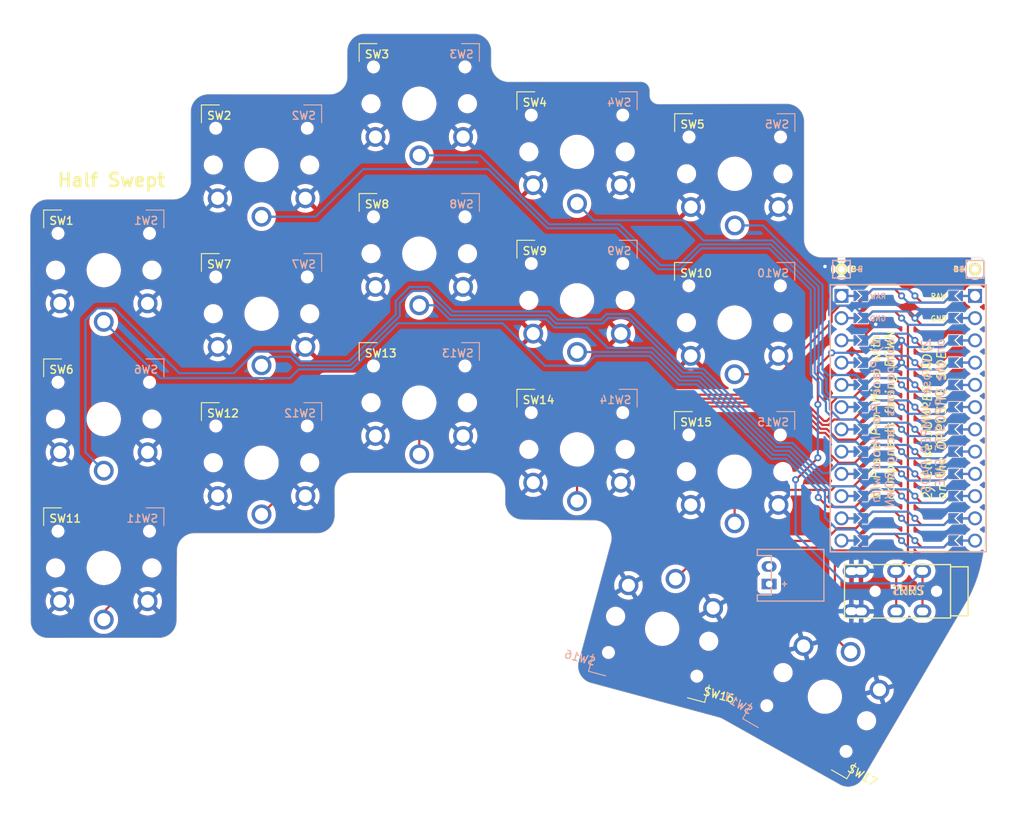
<source format=kicad_pcb>
(kicad_pcb (version 20241229) (generator "pcbnew") (generator_version "9.0")
  (layers (0 "F.Cu" signal) (2 "B.Cu" signal) (13 "F.Paste" user) (15 "B.Paste" user) (5 "F.SilkS" user "F.Silkscreen") (7 "B.SilkS" user "B.Silkscreen") (1 "F.Mask" user) (3 "B.Mask" user) (25 "Edge.Cuts" user))
  (net 0 "")
  (net 1 "gnd")
  (net 2 "vcc")
  (net 3 "Switch18")
  (net 4 "reset")
  (net 5 "Switch1")
  (net 6 "Switch2")
  (net 7 "Switch3")
  (net 8 "Switch4")
  (net 9 "Switch5")
  (net 10 "Switch6")
  (net 11 "Switch7")
  (net 12 "Switch8")
  (net 13 "Switch9")
  (net 14 "Switch10")
  (net 15 "Switch11")
  (net 16 "Switch12")
  (net 17 "Switch13")
  (net 18 "Switch14")
  (net 19 "Switch15")
  (net 20 "Switch16")
  (net 21 "Switch17")
  (net 22 "raw")
  (net 23 "BT+_r")
  (footprint "kbd:1pin_conn" (layer "F.Cu") (at 126.492 45.974)
    (property "Reference" "B+")
    (property "Value" "MountingHole_Pad" (hide yes))
  )
  (footprint "kbd:1pin_conn" (layer "F.Cu") (at 111.252 45.974)
    (property "Reference" "B-")
    (property "Value" "MountingHole_Pad" (hide yes))
  )
  (footprint "Kailh:TRRS-PJ-DPB2" (layer "F.Cu") (at 123.698 82.75 -90)
    (property "Reference" "J2")
    (property "Value" "AudioJack4dpb" (hide yes))
  )
  (footprint "* duckyb-collection:SW_PG1350_rev_DPB" (layer "F.Cu") (at 27.08 46.08)
    (property "Reference" "SW1" (hide yes))
    (property "Value" "SW_Push" (hide yes))
  )
  (footprint "* duckyb-collection:SW_PG1350_rev_DPB" (layer "F.Cu") (at 45.08 34.08)
    (property "Reference" "SW2" (hide yes))
    (property "Value" "SW_Push" (hide yes))
  )
  (footprint "* duckyb-collection:SW_PG1350_rev_DPB" (layer "F.Cu") (at 63.08 27.08)
    (property "Reference" "SW3" (hide yes))
    (property "Value" "SW_Push" (hide yes))
  )
  (footprint "* duckyb-collection:SW_PG1350_rev_DPB" (layer "F.Cu") (at 81.08 32.58)
    (property "Reference" "SW4" (hide yes))
    (property "Value" "SW_Push" (hide yes))
  )
  (footprint "* duckyb-collection:SW_PG1350_rev_DPB" (layer "F.Cu") (at 99.08 35.08)
    (property "Reference" "SW5" (hide yes))
    (property "Value" "SW_Push" (hide yes))
  )
  (footprint "* duckyb-collection:SW_PG1350_rev_DPB" (layer "F.Cu") (at 27.08 63.08)
    (property "Reference" "SW6" (hide yes))
    (property "Value" "SW_Push" (hide yes))
  )
  (footprint "* duckyb-collection:SW_PG1350_rev_DPB" (layer "F.Cu") (at 45.08 51.054)
    (property "Reference" "SW7" (hide yes))
    (property "Value" "SW_Push" (hide yes))
  )
  (footprint "* duckyb-collection:SW_PG1350_rev_DPB" (layer "F.Cu") (at 63.08 44.196)
    (property "Reference" "SW8" (hide yes))
    (property "Value" "SW_Push" (hide yes))
  )
  (footprint "* duckyb-collection:SW_PG1350_rev_DPB" (layer "F.Cu") (at 81.08 49.53)
    (property "Reference" "SW9" (hide yes))
    (property "Value" "SW_Push" (hide yes))
  )
  (footprint "* duckyb-collection:SW_PG1350_rev_DPB" (layer "F.Cu") (at 99.06 52.07)
    (property "Reference" "SW10" (hide yes))
    (property "Value" "SW_Push" (hide yes))
  )
  (footprint "* duckyb-collection:SW_PG1350_rev_DPB" (layer "F.Cu") (at 27.08 80.08)
    (property "Reference" "SW11" (hide yes))
    (property "Value" "SW_Push" (hide yes))
  )
  (footprint "* duckyb-collection:SW_PG1350_rev_DPB" (layer "F.Cu") (at 45.08 68.072)
    (property "Reference" "SW12" (hide yes))
    (property "Value" "SW_Push" (hide yes))
  )
  (footprint "* duckyb-collection:SW_PG1350_rev_DPB" (layer "F.Cu") (at 63.08 61.214)
    (property "Reference" "SW13" (hide yes))
    (property "Value" "SW_Push" (hide yes))
  )
  (footprint "* duckyb-collection:SW_PG1350_rev_DPB" (layer "F.Cu") (at 81.08 66.548)
    (property "Reference" "SW14" (hide yes))
    (property "Value" "SW_Push" (hide yes))
  )
  (footprint "* duckyb-collection:SW_PG1350_rev_DPB" (layer "F.Cu") (at 99.06 69.088)
    (property "Reference" "SW15" (hide yes))
    (property "Value" "SW_Push" (hide yes))
  )
  (footprint "* duckyb-collection:SW_PG1350_rev_DPB" (layer "F.Cu") (at 109.356 94.78 150)
    (property "Reference" "SW17" (hide yes))
    (property "Value" "SW_Push" (hide yes))
  )
  (footprint "* duckyb-collection:SW_PG1350_rev_DPB" (layer "F.Cu") (at 90.796 87.03 165)
    (property "Reference" "SW16" (hide yes))
    (property "Value" "SW_Push" (hide yes))
  )
  (footprint "* duckyb-collection:ProMicro_jumpers_facedown" (layer "F.Cu") (at 118.872 62.992 -90)
    (property "Reference" "U1" (hide yes))
    (property "Value" "ProMicro-kbd" (hide yes))
  )
  (footprint "JST_PH_S2B-PH-K_02x2.00mm_Angled" (layer "F.Cu") (at 103 80.915966 90)
    (property "Reference" "JST1" (hide yes))
    (property "Value" "" (hide yes))
  )
  (gr_arc (start 126.885 44.612) (mid 127.41533 44.83167) (end 127.635 45.362) (stroke (width 0.05)) (layer "Edge.Cuts"))
  (gr_line (start 18.691723 40.001666) (end 18.730254 86.245024) (stroke (width 0.05)) (layer "Edge.Cuts"))
  (gr_arc (start 113.67 104.149265) (mid 112.428995 105.01898) (end 110.938 104.748) (stroke (width 0.05)) (layer "Edge.Cuts"))
  (gr_arc (start 20.768 88.081119) (mid 19.380573 87.572102) (end 18.730254 86.245024) (stroke (width 0.05)) (layer "Edge.Cuts"))
  (gr_line (start 127.635 45.362) (end 127.635 62.484) (stroke (width 0.05)) (layer "Edge.Cuts"))
  (gr_line (start 108.999509 44.614624) (end 126.885 44.612) (stroke (width 0.05)) (layer "Edge.Cuts"))
  (gr_line (start 125.888304 83.312) (end 113.67 104.149265) (stroke (width 0.05)) (layer "Edge.Cuts"))
  (gr_arc (start 127.635 75.98785) (mid 127.177913 79.749197) (end 125.888304 83.312) (stroke (width 0.05)) (layer "Edge.Cuts"))
  (gr_line (start 127.635 62.484) (end 127.647 69.85) (stroke (width 0.05)) (layer "Edge.Cuts"))
  (gr_line (start 127.647 69.85) (end 127.635 75.98785) (stroke (width 0.05)) (layer "Edge.Cuts"))
  (gr_line (start 35.39177 86.082071) (end 35.441162 78.111946) (stroke (width 0.05)) (layer "Edge.Cuts"))
  (gr_arc (start 70.883763 69.236835) (mid 72.30223 69.826887) (end 72.883727 71.248883) (stroke (width 0.05)) (layer "Edge.Cuts"))
  (gr_arc (start 82.675149 93.216616) (mid 81.461815 92.282192) (end 81.265125 90.7634) (stroke (width 0.05)) (layer "Edge.Cuts"))
  (gr_line (start 82.675149 93.216616) (end 97.257199 97.147915) (stroke (width 0.05)) (layer "Edge.Cuts"))
  (gr_arc (start 73.291094 24.581203) (mid 71.87571 23.994641) (end 71.290675 22.578614) (stroke (width 0.05)) (layer "Edge.Cuts"))
  (gr_arc (start 97.257199 97.147915) (mid 97.491705 97.226996) (end 97.714649 97.334434) (stroke (width 0.05)) (layer "Edge.Cuts"))
  (gr_arc (start 35.39177 86.082071) (mid 34.802276 87.487627) (end 33.393621 88.069676) (stroke (width 0.05)) (layer "Edge.Cuts"))
  (gr_arc (start 37 28.00141) (mid 37.586285 26.586698) (end 39.001409 26.00141) (stroke (width 0.05)) (layer "Edge.Cuts"))
  (gr_arc (start 37 36) (mid 36.414214 37.414214) (end 35 38) (stroke (width 0.05)) (layer "Edge.Cuts"))
  (gr_line (start 72.883727 71.248883) (end 72.875811 72.562934) (stroke (width 0.05)) (layer "Edge.Cuts"))
  (gr_arc (start 18.691723 40.001666) (mid 19.27692 38.586376) (end 20.691722 38) (stroke (width 0.05)) (layer "Edge.Cuts"))
  (gr_line (start 52.857782 26.011173) (end 39.001409 26.00141) (stroke (width 0.05)) (layer "Edge.Cuts"))
  (gr_line (start 37 28.00141) (end 37 36) (stroke (width 0.05)) (layer "Edge.Cuts"))
  (gr_line (start 20.768 88.081119) (end 33.393621 88.069676) (stroke (width 0.05)) (layer "Edge.Cuts"))
  (gr_arc (start 54.859185 24.016066) (mid 54.271175 25.427614) (end 52.857782 26.011173) (stroke (width 0.05)) (layer "Edge.Cuts"))
  (gr_line (start 55.423226 69.236835) (end 70.883763 69.236835) (stroke (width 0.05)) (layer "Edge.Cuts"))
  (gr_line (start 106.999216 42.615408) (end 106.993911 29.084638) (stroke (width 0.05)) (layer "Edge.Cuts"))
  (gr_line (start 97.714649 97.334434) (end 110.938 104.748) (stroke (width 0.05)) (layer "Edge.Cuts"))
  (gr_arc (start 54.866372 21.077901) (mid 55.453883 19.666851) (end 56.866366 19.082793) (stroke (width 0.05)) (layer "Edge.Cuts"))
  (gr_line (start 84.939169 77.179083) (end 81.265125 90.7634) (stroke (width 0.05)) (layer "Edge.Cuts"))
  (gr_arc (start 53.423234 71.242282) (mid 54.007077 69.824535) (end 55.423226 69.236835) (stroke (width 0.05)) (layer "Edge.Cuts"))
  (gr_line (start 37.441124 76.12434) (end 51.431075 76.12434) (stroke (width 0.05)) (layer "Edge.Cuts"))
  (gr_arc (start 35.441162 78.111946) (mid 36.031299 76.705751) (end 37.441124 76.12434) (stroke (width 0.05)) (layer "Edge.Cuts"))
  (gr_arc (start 83.028634 74.657021) (mid 84.602718 75.449262) (end 84.939169 77.179083) (stroke (width 0.05)) (layer "Edge.Cuts"))
  (gr_arc (start 53.431068 74.118894) (mid 52.847197 75.536592) (end 51.431075 76.12434) (stroke (width 0.05)) (layer "Edge.Cuts"))
  (gr_arc (start 90.375529 27.123865) (mid 89.668703 26.833874) (end 89.372914 26.129454) (stroke (width 0.05)) (layer "Edge.Cuts"))
  (gr_line (start 88.369608 24.57803) (end 73.291094 24.581203) (stroke (width 0.05)) (layer "Edge.Cuts"))
  (gr_line (start 89.372914 26.129454) (end 89.369802 25.572444) (stroke (width 0.05)) (layer "Edge.Cuts"))
  (gr_line (start 104.988651 27.085429) (end 90.375529 27.123865) (stroke (width 0.05)) (layer "Edge.Cuts"))
  (gr_line (start 35 38) (end 20.691722 38) (stroke (width 0.05)) (layer "Edge.Cuts"))
  (gr_arc (start 108.999509 44.614624) (mid 107.585383 44.029218) (end 106.999216 42.615408) (stroke (width 0.05)) (layer "Edge.Cuts"))
  (gr_arc (start 104.988651 27.085429) (mid 106.405986 27.669073) (end 106.993911 29.084638) (stroke (width 0.05)) (layer "Edge.Cuts"))
  (gr_arc (start 74.855676 74.574881) (mid 73.450241 73.977784) (end 72.875811 72.562934) (stroke (width 0.05)) (layer "Edge.Cuts"))
  (gr_line (start 74.855676 74.574881) (end 83.028634 74.657021) (stroke (width 0.05)) (layer "Edge.Cuts"))
  (gr_arc (start 69.29261 19.082793) (mid 70.707735 19.669498) (end 71.292608 21.085382) (stroke (width 0.05)) (layer "Edge.Cuts"))
  (gr_line (start 69.29261 19.082793) (end 56.866366 19.082793) (stroke (width 0.05)) (layer "Edge.Cuts"))
  (gr_line (start 53.431068 74.118894) (end 53.423234 71.242282) (stroke (width 0.05)) (layer "Edge.Cuts"))
  (gr_arc (start 88.369608 24.57803) (mid 89.074873 24.868877) (end 89.369802 25.572444) (stroke (width 0.05)) (layer "Edge.Cuts"))
  (gr_line (start 71.290675 22.578614) (end 71.292608 21.085382) (stroke (width 0.05)) (layer "Edge.Cuts"))
  (gr_line (start 54.866372 21.077901) (end 54.859185 24.016066) (stroke (width 0.05)) (layer "Edge.Cuts"))
  (gr_text "1) Place Pro-Micro with\ncomponents facing DOWN" (at 115.9764 72.4408 90) (layer "F.SilkS") (effects (font (size 1 1) (thickness 0.15) (italic yes)) (justify left)))
  (gr_text "Half Swept" (at 27.94 35.814 0) (layer "F.SilkS") (effects (font (size 1.5 1.5) (thickness 0.3))))
  (gr_text "GND" (at 121.3612 51.6128 0) (layer "F.SilkS") (effects (font (size 0.6 0.6) (thickness 0.12)) (justify left)))
  (gr_text "2) Close JUMPER PADS\non the OPPOSITE SIDE" (at 121.8692 72.4408 90) (layer "F.SilkS") (effects (font (size 1 1) (thickness 0.15) (italic yes)) (justify left)))
  (gr_text "TRRS" (at 118.872 82.677 0) (layer "F.SilkS") (effects (font (size 1 1))))
  (gr_text "RAW" (at 121.3612 49.0728 0) (layer "F.SilkS") (effects (font (size 0.6 0.6) (thickness 0.12)) (justify left)))
  (gr_text "RAW" (at 116.40097 49.0728 0) (layer "B.SilkS") (effects (font (size 0.6 0.6) (thickness 0.12)) (justify left mirror)))
  (gr_text "B-" (at 113.03 45.974 0) (layer "B.SilkS") (effects (font (size 0.6 0.6)) (justify mirror)))
  (gr_text "2) Close JUMPER PADS\non the OPPOSITE SIDE" (at 121.7168 53.7464 90) (layer "B.SilkS") (effects (font (size 1 1) (thickness 0.15) (italic yes)) (justify left mirror)))
  (gr_text "GND" (at 116.40097 51.6128 0) (layer "B.SilkS") (effects (font (size 0.6 0.6) (thickness 0.12)) (justify left mirror)))
  (gr_text "1) Place Pro-Micro with\ncomponents facing DOWN" (at 115.9764 53.7464 90) (layer "B.SilkS") (effects (font (size 1 1) (thickness 0.15) (italic yes)) (justify left mirror)))
  (gr_text "B+" (at 124.587 45.974 0) (layer "B.SilkS") (effects (font (size 0.6 0.6)) (justify mirror)))
  (segment (start 114.046 53.3908) (end 115.1636 52.2732) (width 0.25) (layer "F.Cu") (net 1))
  (segment (start 118.11 56.642) (end 118.11 54.102) (width 0.25) (layer "F.Cu") (net 1))
  (segment (start 114.046 54.102) (end 114.046 53.3908) (width 0.25) (layer "F.Cu") (net 1))
  (via (at 115.1636 52.2732) (size 0.8) (drill 0.4) (layers "F.Cu" "B.Cu") (net 1))
  (via (at 109.3724 45.6692) (size 0.8) (drill 0.4) (layers "F.Cu" "B.Cu") (net 1))
  (segment (start 112.630511 50.146511) (end 110.661711 50.146511) (width 0.25) (layer "B.Cu") (net 1))
  (segment (start 110.127489 47.098511) (end 111.252 45.974) (width 0.25) (layer "B.Cu") (net 1))
  (segment (start 114.7572 52.2732) (end 114.046 51.562) (width 0.25) (layer "B.Cu") (net 1))
  (segment (start 110.661711 50.146511) (end 110.127489 49.612289) (width 0.25) (layer "B.Cu") (net 1))
  (segment (start 114.046 51.562) (end 112.630511 50.146511) (width 0.25) (layer "B.Cu") (net 1))
  (segment (start 115.1636 52.2732) (end 114.7572 52.2732) (width 0.25) (layer "B.Cu") (net 1))
  (segment (start 110.127489 49.612289) (end 110.127489 47.098511) (width 0.25) (layer "B.Cu") (net 1))
  (segment (start 120.498 85.05) (end 120.498 80.44) (width 0.25) (layer "F.Cu") (net 2))
  (segment (start 108.5596 57.0992) (end 108.5596 61.4172) (width 0.25) (layer "F.Cu") (net 2))
  (segment (start 106.0196 70.0024) (end 106.0704 70.0024) (width 0.25) (layer "F.Cu") (net 2))
  (segment (start 106.0704 70.0024) (end 108.5596 67.5132) (width 0.25) (layer "F.Cu") (net 2))
  (segment (start 120.498 80.44) (end 120.478 80.42) (width 0.25) (layer "F.Cu") (net 2))
  (segment (start 110.1344 55.5244) (end 108.5596 57.0992) (width 0.25) (layer "F.Cu") (net 2))
  (via (at 106.0196 70.0024) (size 0.8) (drill 0.4) (layers "F.Cu" "B.Cu") (net 2))
  (via (at 110.1344 55.5244) (size 0.8) (drill 0.4) (layers "F.Cu" "B.Cu") (net 2))
  (via (at 108.5596 67.5132) (size 0.8) (drill 0.4) (layers "F.Cu" "B.Cu") (net 2))
  (via (at 108.5596 61.4172) (size 0.8) (drill 0.4) (layers "F.Cu" "B.Cu") (net 2))
  (segment (start 108.5596 67.5132) (end 108.5596 61.4172) (width 0.25) (layer "B.Cu") (net 2))
  (segment (start 111.6584 81.8388) (end 119.0592 81.8388) (width 0.25) (layer "B.Cu") (net 2))
  (segment (start 110.141311 55.517489) (end 112.921489 55.517489) (width 0.25) (layer "B.Cu") (net 2))
  (segment (start 112.921489 55.517489) (end 114.046 56.642) (width 0.25) (layer "B.Cu") (net 2))
  (segment (start 119.0592 81.8388) (end 120.478 80.42) (width 0.25) (layer "B.Cu") (net 2))
  (segment (start 106.0196 70.0024) (end 106.0196 76.2) (width 0.25) (layer "B.Cu") (net 2))
  (segment (start 110.1344 55.5244) (end 110.141311 55.517489) (width 0.25) (layer "B.Cu") (net 2))
  (segment (start 106.0196 76.2) (end 111.6584 81.8388) (width 0.25) (layer "B.Cu") (net 2))
  (segment (start 118.11 51.562) (end 118.834511 52.286511) (width 0.25) (layer "F.Cu") (net 3))
  (segment (start 118.834511 52.286511) (end 118.834511 79.063489) (width 0.25) (layer "F.Cu") (net 3))
  (segment (start 117.498 80.44) (end 117.478 80.42) (width 0.25) (layer "F.Cu") (net 3))
  (segment (start 118.834511 79.063489) (end 117.478 80.42) (width 0.25) (layer "F.Cu") (net 3))
  (segment (start 117.498 85.05) (end 117.498 80.44) (width 0.25) (layer "F.Cu") (net 3))
  (segment (start 108.6104 72.0344) (end 109.6772 73.1012) (width 0.25) (layer "F.Cu") (net 5))
  (segment (start 112.8268 73.1012) (end 114.046 71.882) (width 0.25) (layer "F.Cu") (net 5))
  (segment (start 109.6772 73.1012) (end 112.8268 73.1012) (width 0.25) (layer "F.Cu") (net 5))
  (via (at 108.6104 72.0344) (size 0.8) (drill 0.4) (layers "F.Cu" "B.Cu") (net 5))
  (segment (start 108.6104 71.299954) (end 104.925246 67.6148) (width 0.25) (layer "B.Cu") (net 5))
  (segment (start 60.653557 52.14856) (end 55.398597 57.40352) (width 0.25) (layer "B.Cu") (net 5))
  (segment (start 49.32728 57.40352) (end 48.321289 58.409511) (width 0.25) (layer "B.Cu") (net 5))
  (segment (start 103.2256 67.6148) (end 94.742 59.1312) (width 0.25) (layer "B.Cu") (net 5))
  (segment (start 81.9912 56.9976) (end 77.4192 56.9976) (width 0.25) (layer "B.Cu") (net 5))
  (segment (start 83.10928 55.87952) (end 81.9912 56.9976) (width 0.25) (layer "B.Cu") (net 5))
  (segment (start 72.57016 52.14856) (end 60.653557 52.14856) (width 0.25) (layer "B.Cu") (net 5))
  (segment (start 48.321289 58.409511) (end 33.509511 58.409511) (width 0.25) (layer "B.Cu") (net 5))
  (segment (start 108.6104 72.0344) (end 108.6104 71.299954) (width 0.25) (layer "B.Cu") (net 5))
  (segment (start 94.742 59.1312) (end 92.6084 59.1312) (width 0.25) (layer "B.Cu") (net 5))
  (segment (start 55.398597 57.40352) (end 49.32728 57.40352) (width 0.25) (layer "B.Cu") (net 5))
  (segment (start 92.6084 59.1312) (end 89.35672 55.87952) (width 0.25) (layer "B.Cu") (net 5))
  (segment (start 77.4192 56.9976) (end 72.57016 52.14856) (width 0.25) (layer "B.Cu") (net 5))
  (segment (start 33.509511 58.409511) (end 27.08 51.98) (width 0.25) (layer "B.Cu") (net 5))
  (segment (start 89.35672 55.87952) (end 83.10928 55.87952) (width 0.25) (layer "B.Cu") (net 5))
  (segment (start 104.925246 67.6148) (end 103.2256 67.6148) (width 0.25) (layer "B.Cu") (net 5))
  (segment (start 108.62576 60.316396) (end 109.48168 61.172316) (width 0.25) (layer "B.Cu") (net 6))
  (segment (start 108.62576 58.869314) (end 108.62576 60.316396) (width 0.25) (layer "B.Cu") (net 6))
  (segment (start 95.276118 43.5864) (end 102.994846 43.5864) (width 0.25) (layer "B.Cu") (net 6))
  (segment (start 85.69192 41.29272) (end 90.36552 45.96632) (width 0.25) (layer "B.Cu") (net 6))
  (segment (start 110.0328 64.8716) (end 110.838689 65.677489) (width 0.25) (layer "B.Cu") (net 6))
  (segment (start 110.838689 65.677489) (end 112.921489 65.677489) (width 0.25) (layer "B.Cu") (net 6))
  (segment (start 109.48168 62.177698) (end 110.0328 62.728818) (width 0.25) (layer "B.Cu") (net 6))
  (segment (start 90.36552 45.96632) (end 92.896198 45.96632) (width 0.25) (layer "B.Cu") (net 6))
  (segment (start 70.941483 34.544) (end 77.690203 41.29272) (width 0.25) (layer "B.Cu") (net 6))
  (segment (start 110.0328 62.728818) (end 110.0328 64.8716) (width 0.25) (layer "B.Cu") (net 6))
  (segment (start 102.994846 43.5864) (end 107.7468 48.338354) (width 0.25) (layer "B.Cu") (net 6))
  (segment (start 45.08 39.98) (end 51.2568 39.98) (width 0.25) (layer "B.Cu") (net 6))
  (segment (start 109.48168 61.172316) (end 109.48168 62.177698) (width 0.25) (layer "B.Cu") (net 6))
  (segment (start 51.2568 39.98) (end 56.6928 34.544) (width 0.25) (layer "B.Cu") (net 6))
  (segment (start 112.921489 65.677489) (end 114.046 66.802) (width 0.25) (layer "B.Cu") (net 6))
  (segment (start 107.7468 57.990354) (end 108.62576 58.869314) (width 0.25) (layer "B.Cu") (net 6))
  (segment (start 92.896198 45.96632) (end 95.276118 43.5864) (width 0.25) (layer "B.Cu") (net 6))
  (segment (start 56.6928 34.544) (end 70.941483 34.544) (width 0.25) (layer "B.Cu") (net 6))
  (segment (start 107.7468 48.338354) (end 107.7468 57.990354) (width 0.25) (layer "B.Cu") (net 6))
  (segment (start 77.690203 41.29272) (end 85.69192 41.29272) (width 0.25) (layer "B.Cu") (net 6))
  (segment (start 103.181044 43.13688) (end 108.19632 48.152156) (width 0.25) (layer "B.Cu") (net 7))
  (segment (start 92.71 45.5168) (end 95.089921 43.13688) (width 0.25) (layer "B.Cu") (net 7))
  (segment (start 63.08 32.98) (end 70.0132 32.98) (width 0.25) (layer "B.Cu") (net 7))
  (segment (start 95.089921 43.13688) (end 103.181044 43.13688) (width 0.25) (layer "B.Cu") (net 7))
  (segment (start 109.9312 61.9915) (end 111.077189 63.137489) (width 0.25) (layer "B.Cu") (net 7))
  (segment (start 112.921489 63.137489) (end 114.046 64.262) (width 0.25) (layer "B.Cu") (net 7))
  (segment (start 90.596601 45.5168) (end 92.71 45.5168) (width 0.25) (layer "B.Cu") (net 7))
  (segment (start 85.923001 40.8432) (end 90.596601 45.5168) (width 0.25) (layer "B.Cu") (net 7))
  (segment (start 108.19632 57.804156) (end 109.07528 58.683116) (width 0.25) (layer "B.Cu") (net 7))
  (segment (start 109.9312 60.986118) (end 109.9312 61.9915) (width 0.25) (layer "B.Cu") (net 7))
  (segment (start 70.0132 32.98) (end 77.8764 40.8432) (width 0.25) (layer "B.Cu") (net 7))
  (segment (start 108.19632 48.152156) (end 108.19632 57.804156) (width 0.25) (layer "B.Cu") (net 7))
  (segment (start 109.07528 58.683116) (end 109.07528 60.130198) (width 0.25) (layer "B.Cu") (net 7))
  (segment (start 77.8764 40.8432) (end 85.923001 40.8432) (width 0.25) (layer "B.Cu") (net 7))
  (segment (start 109.07528 60.130198) (end 109.9312 60.986118) (width 0.25) (layer "B.Cu") (net 7))
  (segment (start 111.077189 63.137489) (end 112.921489 63.137489) (width 0.25) (layer "B.Cu") (net 7))
  (segment (start 109.5248 58.496918) (end 109.5248 59.944) (width 0.25) (layer "B.Cu") (net 8))
  (segment (start 108.64584 47.965958) (end 108.64584 57.617958) (width 0.25) (layer "B.Cu") (net 8))
  (segment (start 108.64584 57.617958) (end 109.5248 58.496918) (width 0.25) (layer "B.Cu") (net 8))
  (segment (start 110.178289 60.597489) (end 112.921489 60.597489) (width 0.25) (layer "B.Cu") (net 8))
  (segment (start 109.5248 59.944) (end 110.178289 60.597489) (width 0.25) (layer "B.Cu") (net 8))
  (segment (start 103.367242 42.68736) (end 108.64584 47.965958) (width 0.25) (layer "B.Cu") (net 8))
  (segment (start 95.51936 42.68736) (end 103.367242 42.68736) (width 0.25) (layer "B.Cu") (net 8))
  (segment (start 81.08 38.48) (end 82.986 40.386) (width 0.25) (layer "B.Cu") (net 8))
  (segment (start 82.986 40.386) (end 93.218 40.386) (width 0.25) (layer "B.Cu") (net 8))
  (segment (start 93.218 40.386) (end 95.51936 42.68736) (width 0.25) (layer "B.Cu") (net 8))
  (segment (start 112.921489 60.597489) (end 114.046 61.722) (width 0.25) (layer "B.Cu") (net 8))
  (segment (start 102.2956 40.98) (end 109.09536 47.779763) (width 0.25) (layer "B.Cu") (net 9))
  (segment (start 109.728 58.0644) (end 110.7793 58.0644) (width 0.25) (layer "B.Cu") (net 9))
  (segment (start 110.7793 58.0644) (end 110.786211 58.057489) (width 0.25) (layer "B.Cu") (net 9))
  (segment (start 110.786211 58.057489) (end 112.921489 58.057489) (width 0.25) (layer "B.Cu") (net 9))
  (segment (start 109.09536 57.43176) (end 109.728 58.0644) (width 0.25) (layer "B.Cu") (net 9))
  (segment (start 99.08 40.98) (end 102.2956 40.98) (width 0.25) (layer "B.Cu") (net 9))
  (segment (start 112.921489 58.057489) (end 114.046 59.182) (width 0.25) (layer "B.Cu") (net 9))
  (segment (start 109.09536 47.779763) (end 109.09536 57.43176) (width 0.25) (layer "B.Cu") (net 9))
  (segment (start 103.970392 65.81672) (end 105.670037 65.81672) (width 0.25) (layer "B.Cu") (net 10))
  (segment (start 105.933359 66.080043) (end 109.093716 69.2404) (width 0.25) (layer "B.Cu") (net 10))
  (segment (start 109.093716 69.2404) (end 109.7633 69.2404) (width 0.25) (layer "B.Cu") (net 10))
  (segment (start 24.990979 66.890979) (end 24.990979 51.767821) (width 0.25) (layer "B.Cu") (net 10))
  (segment (start 66.9036 50.8) (end 77.9272 50.8) (width 0.25) (layer "B.Cu") (net 10))
  (segment (start 41.926209 57.844991) (end 44.3992 55.372) (width 0.25) (layer "B.Cu") (net 10))
  (segment (start 87.373843 51.353772) (end 93.353192 57.33312) (width 0.25) (layer "B.Cu") (net 10))
  (segment (start 105.670037 65.81672) (end 105.933359 66.080043) (width 0.25) (layer "B.Cu") (net 10))
  (segment (start 78.85696 51.72976) (end 83.80464 51.72976) (width 0.25) (layer "B.Cu") (net 10))
  (segment (start 110.786211 68.217489) (end 112.921489 68.217489) (width 0.25) (layer "B.Cu") (net 10))
  (segment (start 95.486792 57.33312) (end 103.970392 65.81672) (width 0.25) (layer "B.Cu") (net 10))
  (segment (start 55.026202 56.50448) (end 60.4012 51.129482) (width 0.25) (layer "B.Cu") (net 10))
  (segment (start 64.1096 48.006) (end 66.9036 50.8) (width 0.25) (layer "B.Cu") (net 10))
  (segment (start 84.443951 51.090449) (end 87.110521 51.090449) (width 0.25) (layer "B.Cu") (net 10))
  (segment (start 48.4124 55.372) (end 49.54488 56.50448) (width 0.25) (layer "B.Cu") (net 10))
  (segment (start 109.7633 69.2404) (end 110.786211 68.217489) (width 0.25) (layer "B.Cu") (net 10))
  (segment (start 61.976 48.006) (end 64.1096 48.006) (width 0.25) (layer "B.Cu") (net 10))
  (segment (start 87.110521 51.090449) (end 87.373843 51.353772) (width 0.25) (layer "B.Cu") (net 10))
  (segment (start 60.4012 49.5808) (end 61.976 48.006) (width 0.25) (layer "B.Cu") (net 10))
  (segment (start 28.2956 50.4444) (end 35.696191 57.844991) (width 0.25) (layer "B.Cu") (net 10))
  (segment (start 93.353192 57.33312) (end 95.486792 57.33312) (width 0.25) (layer "B.Cu") (net 10))
  (segment (start 83.80464 51.72976) (end 84.443951 51.090449) (width 0.25) (layer "B.Cu") (net 10))
  (segment (start 49.54488 56.50448) (end 55.026202 56.50448) (width 0.25) (layer "B.Cu") (net 10))
  (segment (start 27.08 68.98) (end 24.990979 66.890979) (width 0.25) (layer "B.Cu") (net 10))
  (segment (start 35.696191 57.844991) (end 41.926209 57.844991) (width 0.25) (layer "B.Cu") (net 10))
  (segment (start 77.9272 50.8) (end 78.85696 51.72976) (width 0.25) (layer "B.Cu") (net 10))
  (segment (start 26.3144 50.4444) (end 28.2956 50.4444) (width 0.25) (layer "B.Cu") (net 10))
  (segment (start 24.990979 51.767821) (end 26.3144 50.4444) (width 0.25) (layer "B.Cu") (net 10))
  (segment (start 44.3992 55.372) (end 48.4124 55.372) (width 0.25) (layer "B.Cu") (net 10))
  (segment (start 60.4012 51.129482) (end 60.4012 49.5808) (width 0.25) (layer "B.Cu") (net 10))
  (segment (start 112.921489 68.217489) (end 114.046 69.342) (width 0.25) (layer "B.Cu") (net 10))
  (segment (start 103.784194 66.26624) (end 105.483839 66.26624) (width 0.25) (layer "B.Cu") (net 11))
  (segment (start 86.924323 51.539969) (end 93.166994 57.78264) (width 0.25) (layer "B.Cu") (net 11))
  (segment (start 93.166994 57.78264) (end 95.300594 57.78264) (width 0.25) (layer "B.Cu") (net 11))
  (segment (start 95.300594 57.78264) (end 103.784194 66.26624) (width 0.25) (layer "B.Cu") (net 11))
  (segment (start 109.975089 70.757489) (end 112.921489 70.757489) (width 0.25) (layer "B.Cu") (net 11))
  (segment (start 112.921489 70.757489) (end 114.046 71.882) (width 0.25) (layer "B.Cu") (net 11))
  (segment (start 60.85072 49.84248) (end 62.23768 48.45552) (width 0.25) (layer "B.Cu") (net 11))
  (segment (start 48.378602 55.97392) (end 49.358683 56.954) (width 0.25) (layer "B.Cu") (net 11))
  (segment (start 46.06008 55.97392) (end 48.378602 55.97392) (width 0.25) (layer "B.Cu") (net 11))
  (segment (start 62.23768 48.45552) (end 63.923403 48.45552) (width 0.25) (layer "B.Cu") (net 11))
  (segment (start 60.85072 51.315679) (end 60.85072 49.84248) (width 0.25) (layer "B.Cu") (net 11))
  (segment (start 45.08 56.954) (end 46.06008 55.97392) (width 0.25) (layer "B.Cu") (net 11))
  (segment (start 66.717403 51.24952) (end 77.741002 51.24952) (width 0.25) (layer "B.Cu") (net 11))
  (segment (start 84.630149 51.539969) (end 86.924323 51.539969) (width 0.25) (layer "B.Cu") (net 11))
  (segment (start 78.670762 52.17928) (end 83.990838 52.17928) (width 0.25) (layer "B.Cu") (net 11))
  (segment (start 105.483839 66.26624) (end 109.975089 70.757489) (width 0.25) (layer "B.Cu") (net 11))
  (segment (start 63.923403 48.45552) (end 66.717403 51.24952) (width 0.25) (layer "B.Cu") (net 11))
  (segment (start 55.2124 56.954) (end 60.85072 51.315679) (width 0.25) (layer "B.Cu") (net 11))
  (segment (start 49.358683 56.954) (end 55.2124 56.954) (width 0.25) (layer "B.Cu") (net 11))
  (segment (start 77.741002 51.24952) (end 78.670762 52.17928) (width 0.25) (layer "B.Cu") (net 11))
  (segment (start 83.990838 52.17928) (end 84.630149 51.539969) (width 0.25) (layer "B.Cu") (net 11))
  (segment (start 84.582 54.9656) (end 89.714236 54.9656) (width 0.25) (layer "B.Cu") (net 12))
  (segment (start 109.82192 71.240039) (end 109.82192 72.53472) (width 0.25) (layer "B.Cu") (net 12))
  (segment (start 64.928165 50.096) (end 66.531206 51.69904) (width 0.25) (layer "B.Cu") (net 12))
  (segment (start 109.82192 72.53472) (end 110.4392 73.152) (width 0.25) (layer "B.Cu") (net 12))
  (segment (start 89.714236 54.9656) (end 92.980796 58.23216) (width 0.25) (layer "B.Cu") (net 12))
  (segment (start 63.08 50.096) (end 64.928165 50.096) (width 0.25) (layer "B.Cu") (net 12))
  (segment (start 103.597996 66.71576) (end 105.297641 66.71576) (width 0.25) (layer "B.Cu") (net 12))
  (segment (start 95.114396 58.23216) (end 103.597996 66.71576) (width 0.25) (layer "B.Cu") (net 12))
  (segment (start 82.2452 52.6288) (end 84.582 54.9656) (width 0.25) (layer "B.Cu") (net 12))
  (segment (start 66.531206 51.69904) (end 77.554804 51.69904) (width 0.25) (layer "B.Cu") (net 12))
  (segment (start 92.980796 58.23216) (end 95.114396 58.23216) (width 0.25) (layer "B.Cu") (net 12))
  (segment (start 112.776 73.152) (end 114.046 74.422) (width 0.25) (layer "B.Cu") (net 12))
  (segment (start 78.484565 52.6288) (end 82.2452 52.6288) (width 0.25) (layer "B.Cu") (net 12))
  (segment (start 110.4392 73.152) (end 112.776 73.152) (width 0.25) (layer "B.Cu") (net 12))
  (segment (start 105.297641 66.71576) (end 109.82192 71.240039) (width 0.25) (layer "B.Cu") (net 12))
  (segment (start 77.554804 51.69904) (end 78.484565 52.6288) (width 0.25) (layer "B.Cu") (net 12))
  (segment (start 112.776 75.692) (end 114.046 76.962) (width 0.25) (layer "B.Cu") (net 13))
  (segment (start 105.111444 67.16528) (end 109.3724 71.426236) (width 0.25) (layer "B.Cu") (net 13))
  (segment (start 110.744 75.692) (end 112.776 75.692) (width 0.25) (layer "B.Cu") (net 13))
  (segment (start 103.411798 67.16528) (end 105.111444 67.16528) (width 0.25) (layer "B.Cu") (net 13))
  (segment (start 81.08 55.43) (end 89.542918 55.43) (width 0.25) (layer "B.Cu") (net 13))
  (segment (start 89.542918 55.43) (end 92.794598 58.68168) (width 0.25) (layer "B.Cu") (net 13))
  (segment (start 109.3724 71.426236) (end 109.3724 74.3204) (width 0.25) (layer "B.Cu") (net 13))
  (segment (start 94.928198 58.68168) (end 103.411798 67.16528) (width 0.25) (layer "B.Cu") (net 13))
  (segment (start 109.3724 74.3204) (end 110.744 75.692) (width 0.25) (layer "B.Cu") (net 13))
  (segment (start 92.794598 58.68168) (end 94.928198 58.68168) (width 0.25) (layer "B.Cu") (net 13))
  (segment (start 112.921489 50.146511) (end 114.046 49.022) (width 0.25) (layer "F.Cu") (net 14))
  (segment (start 110.127489 51.060911) (end 111.041889 50.146511) (width 0.25) (layer "F.Cu") (net 14))
  (segment (start 104.1328 57.97) (end 110.127489 51.975311) (width 0.25) (layer "F.Cu") (net 14))
  (segment (start 111.041889 50.146511) (end 112.921489 50.146511) (width 0.25) (layer "F.Cu") (net 14))
  (segment (start 110.127489 51.975311) (end 110.127489 51.060911) (width 0.25) (layer "F.Cu") (net 14))
  (segment (start 99.06 57.97) (end 104.1328 57.97) (width 0.25) (layer "F.Cu") (net 14))
  (segment (start 106.257265 60.306511) (end 109.255234 63.30448) (width 0.25) (layer "F.Cu") (net 15))
  (segment (start 30.6324 74.676) (end 41.360819 63.947581) (width 0.25) (layer "F.Cu") (net 15))
  (segment (start 112.630511 60.597489) (end 114.046 59.182) (width 0.25) (layer "F.Cu") (net 15))
  (segment (start 27.08 85.0864) (end 30.6324 81.534) (width 0.25) (layer "F.Cu") (net 15))
  (segment (start 41.360819 63.947581) (end 46.719501 63.947581) (width 0.25) (layer "F.Cu") (net 15))
  (segment (start 110.0836 61.3001) (end 110.786211 60.597489) (width 0.25) (layer "F.Cu") (net 15))
  (segment (start 91.088481 60.306511) (end 106.257265 60.306511) (width 0.25) (layer "F.Cu") (net 15))
  (segment (start 109.255234 63.30448) (end 109.592602 63.30448) (width 0.25) (layer "F.Cu") (net 15))
  (segment (start 109.592602 63.30448) (end 110.0836 62.813482) (width 0.25) (layer "F.Cu") (net 15))
  (segment (start 46.719501 63.947581) (end 52.247082 58.42) (width 0.25) (layer "F.Cu") (net 15))
  (segment (start 30.6324 81.534) (end 30.6324 74.676) (width 0.25) (layer "F.Cu") (net 15))
  (segment (start 110.786211 60.597489) (end 112.630511 60.597489) (width 0.25) (layer "F.Cu") (net 15))
  (segment (start 52.247082 58.42) (end 89.20197 58.42) (width 0.25) (layer "F.Cu") (net 15))
  (segment (start 27.08 85.98) (end 27.08 85.0864) (width 0.25) (layer "F.Cu") (net 15))
  (segment (start 89.20197 58.42) (end 91.088481 60.306511) (width 0.25) (layer "F.Cu") (net 15))
  (segment (start 110.0836 62.813482) (end 110.0836 61.3001) (width 0.25) (layer "F.Cu") (net 15))
  (segment (start 112.630511 63.137489) (end 114.046 61.722) (width 0.25) (layer "F.Cu") (net 16))
  (segment (start 47.1424 71.9096) (end 47.1424 70.161021) (width 0.25) (layer "F.Cu") (net 16))
  (segment (start 52.43328 58.86952) (end 89.015773 58.86952) (width 0.25) (layer "F.Cu") (net 16))
  (segment (start 47.169021 70.161021) (end 47.169021 64.133779) (width 0.25) (layer "F.Cu") (net 16))
  (segment (start 109.7788 63.754) (end 110.395311 63.137489) (width 0.25) (layer "F.Cu") (net 16))
  (segment (start 47.1424 70.161021) (end 47.169021 70.161021) (width 0.25) (layer "F.Cu") (net 16))
  (segment (start 110.395311 63.137489) (end 112.630511 63.137489) (width 0.25) (layer "F.Cu") (net 16))
  (segment (start 47.169021 64.133779) (end 52.43328 58.86952) (width 0.25) (layer "F.Cu") (net 16))
  (segment (start 90.902284 60.756031) (end 106.071067 60.756031) (width 0.25) (layer "F.Cu") (net 16))
  (segment (start 45.08 73.972) (end 47.1424 71.9096) (width 0.25) (layer "F.Cu") (net 16))
  (segment (start 106.071067 60.756031) (end 109.069036 63.754) (width 0.25) (layer "F.Cu") (net 16))
  (segment (start 89.015773 58.86952) (end 90.902284 60.756031) (width 0.25) (layer "F.Cu") (net 16))
  (segment (start 109.069036 63.754) (end 109.7788 63.754) (width 0.25) (layer "F.Cu") (net 16))
  (segment (start 63.08 64.980992) (end 68.741952 59.31904) (width 0.25) (layer "F.Cu") (net 17))
  (segment (start 90.716086 61.205551) (end 105.884869 61.205551) (width 0.25) (layer "F.Cu") (net 17))
  (segment (start 112.8776 65.4304) (end 114.046 64.262) (width 0.25) (layer "F.Cu") (net 17))
  (segment (start 63.08 67.114) (end 63.08 64.980992) (width 0.25) (layer "F.Cu") (net 17))
  (segment (start 110.7948 65.4304) (end 112.8776 65.4304) (width 0.25) (layer "F.Cu") (net 17))
  (segment (start 88.829575 59.31904) (end 90.716086 61.205551) (width 0.25) (layer "F.Cu") (net 17))
  (segment (start 108.882839 64.20352) (end 109.56792 64.20352) (width 0.25) (layer "F.Cu") (net 17))
  (segment (start 109.56792 64.20352) (end 110.7948 65.4304) (width 0.25) (layer "F.Cu") (net 17))
  (segment (start 68.741952 59.31904) (end 88.829575 59.31904) (width 0.25) (layer "F.Cu") (net 17))
  (segment (start 105.884869 61.205551) (end 108.882839 64.20352) (width 0.25) (layer "F.Cu") (net 17))
  (segment (start 89.170129 61.655071) (end 105.698671 61.655071) (width 0.25) (layer "F.Cu") (net 18))
  (segment (start 109.381722 64.65304) (end 109.982 65.253318) (width 0.25) (layer "F.Cu") (net 18))
  (segment (start 109.982 67.1223) (end 110.9317 68.072) (width 0.25) (layer "F.Cu") (net 18))
  (segment (start 108.696642 64.65304) (end 109.381722 64.65304) (width 0.25) (layer "F.Cu") (net 18))
  (segment (start 81.08 69.7452) (end 89.170129 61.655071) (width 0.25) (layer "F.Cu") (net 18))
  (segment (start 109.982 65.253318) (end 109.982 67.1223) (width 0.25) (layer "F.Cu") (net 18))
  (segment (start 105.698671 61.655071) (end 108.696642 64.65304) (width 0.25) (layer "F.Cu") (net 18))
  (segment (start 81.08 72.448) (end 81.08 69.7452) (width 0.25) (layer "F.Cu") (net 18))
  (segment (start 112.776 68.072) (end 114.046 66.802) (width 0.25) (layer "F.Cu") (net 18))
  (segment (start 110.9317 68.072) (end 112.776 68.072) (width 0.25) (layer "F.Cu") (net 18))
  (segment (start 110.12665 71.1708) (end 110.539961 70.757489) (width 0.25) (layer "F.Cu") (net 19))
  (segment (start 99.06 74.988) (end 99.06 72.854992) (width 0.25) (layer "F.Cu") (net 19))
  (segment (start 100.744192 71.1708) (end 110.12665 71.1708) (width 0.25) (layer "F.Cu") (net 19))
  (segment (start 112.630511 70.757489) (end 114.046 69.342) (width 0.25) (layer "F.Cu") (net 19))
  (segment (start 99.06 72.854992) (end 100.744192 71.1708) (width 0.25) (layer "F.Cu") (net 19))
  (segment (start 110.539961 70.757489) (end 112.630511 70.757489) (width 0.25) (layer "F.Cu") (net 19))
  (segment (start 112.921489 75.546511) (end 114.046 74.422) (width 0.25) (layer "F.Cu") (net 20))
  (segment (start 92.323032 81.331038) (end 96.65407 77) (width 0.25) (layer "F.Cu") (net 20))
  (segment (start 109.332722 77) (end 110.786211 75.546511) (width 0.25) (layer "F.Cu") (net 20))
  (segment (start 96.65407 77) (end 109.332722 77) (width 0.25) (layer "F.Cu") (net 20))
  (segment (start 110.786211 75.546511) (end 112.921489 75.546511) (width 0.25) (layer "F.Cu") (net 20))
  (segment (start 112.306 89.67045) (end 112.17045 89.67045) (width 0.25) (layer "F.Cu") (net 21))
  (segment (start 112.17045 89.67045) (end 110.5 88) (width 0.25) (layer "F.Cu") (net 21))
  (segment (start 110.5 88) (end 110.5 78.086511) (width 0.25) (layer "F.Cu") (net 21))
  (segment (start 112.921489 78.086511) (end 114.046 76.962) (width 0.25) (layer "F.Cu") (net 21))
  (segment (start 110.5 78.086511) (end 112.921489 78.086511) (width 0.25) (layer "F.Cu") (net 21))
  (zone (net 1) (net_name "gnd") (layers "F.Cu" "B.Cu") (connect_pads (clearance 0.508)) (min_thickness 0.254) (fill yes (thermal_gap 0.508) (thermal_bridge_width 0.508) (island_removal_mode 1) (island_area_min 0))
    (polygon (pts (xy 15.24 15.24) (xy 132.08 15.24) (xy 132.08 109.22) (xy 15.24 109.22)))
  )
)
</source>
